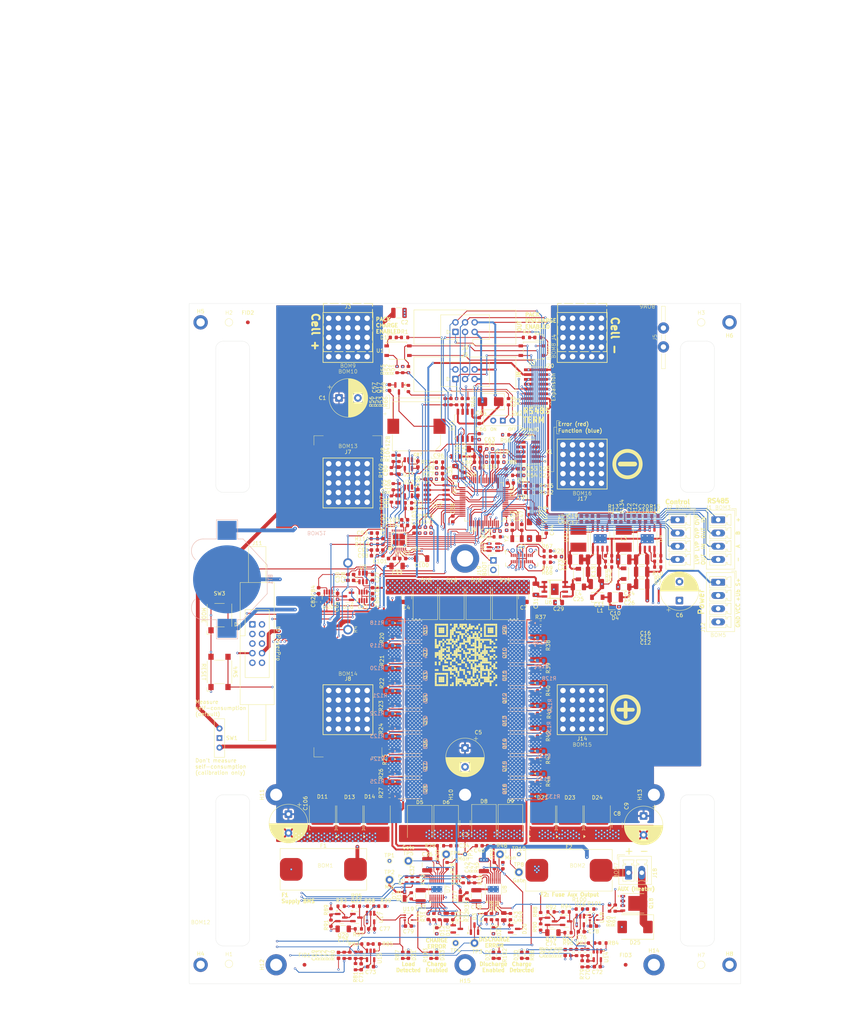
<source format=kicad_pcb>
(kicad_pcb
	(version 20241229)
	(generator "pcbnew")
	(generator_version "9.0")
	(general
		(thickness 1.74)
		(legacy_teardrops no)
	)
	(paper "A3" portrait)
	(layers
		(0 "F.Cu" signal)
		(4 "In1.Cu" signal)
		(6 "In2.Cu" signal)
		(8 "In3.Cu" signal)
		(10 "In4.Cu" signal)
		(2 "B.Cu" signal)
		(9 "F.Adhes" user "F.Adhesive")
		(11 "B.Adhes" user "B.Adhesive")
		(13 "F.Paste" user)
		(15 "B.Paste" user)
		(5 "F.SilkS" user "F.Silkscreen")
		(7 "B.SilkS" user "B.Silkscreen")
		(1 "F.Mask" user)
		(3 "B.Mask" user)
		(17 "Dwgs.User" user "User.Drawings")
		(19 "Cmts.User" user "User.Comments")
		(21 "Eco1.User" user "User.Eco1")
		(23 "Eco2.User" user "User.Eco2")
		(25 "Edge.Cuts" user)
		(27 "Margin" user)
		(31 "F.CrtYd" user "F.Courtyard")
		(29 "B.CrtYd" user "B.Courtyard")
		(35 "F.Fab" user)
		(33 "B.Fab" user)
		(39 "User.1" user)
		(41 "User.2" user "User.2 -Bemaßung")
		(43 "User.3" user "User.3 - Heatsink")
		(45 "User.4" user)
		(47 "User.5" user)
		(49 "User.6" user)
		(51 "User.7" user)
		(53 "User.8" user)
		(55 "User.9" user)
	)
	(setup
		(stackup
			(layer "F.SilkS"
				(type "Top Silk Screen")
			)
			(layer "F.Paste"
				(type "Top Solder Paste")
			)
			(layer "F.Mask"
				(type "Top Solder Mask")
				(color "Red")
				(thickness 0.01)
			)
			(layer "F.Cu"
				(type "copper")
				(thickness 0.07)
			)
			(layer "dielectric 1"
				(type "prepreg")
				(thickness 0.1)
				(material "FR4")
				(epsilon_r 4.5)
				(loss_tangent 0.02)
			)
			(layer "In1.Cu"
				(type "copper")
				(thickness 0.07)
			)
			(layer "dielectric 2"
				(type "core")
				(thickness 0.535)
				(material "FR4")
				(epsilon_r 4.5)
				(loss_tangent 0.02)
			)
			(layer "In2.Cu"
				(type "copper")
				(thickness 0.07)
			)
			(layer "dielectric 3"
				(type "prepreg")
				(thickness 0.1)
				(material "FR4")
				(epsilon_r 4.5)
				(loss_tangent 0.02)
			)
			(layer "In3.Cu"
				(type "copper")
				(thickness 0.035)
			)
			(layer "dielectric 4"
				(type "core")
				(thickness 0.535)
				(material "FR4")
				(epsilon_r 4.5)
				(loss_tangent 0.02)
			)
			(layer "In4.Cu"
				(type "copper")
				(thickness 0.035)
			)
			(layer "dielectric 5"
				(type "prepreg")
				(thickness 0.1)
				(material "FR4")
				(epsilon_r 4.5)
				(loss_tangent 0.02)
			)
			(layer "B.Cu"
				(type "copper")
				(thickness 0.07)
			)
			(layer "B.Mask"
				(type "Bottom Solder Mask")
				(thickness 0.01)
			)
			(layer "B.Paste"
				(type "Bottom Solder Paste")
			)
			(layer "B.SilkS"
				(type "Bottom Silk Screen")
			)
			(copper_finish "None")
			(dielectric_constraints no)
		)
		(pad_to_mask_clearance 0)
		(allow_soldermask_bridges_in_footprints no)
		(tenting front back)
		(aux_axis_origin 100 120)
		(grid_origin 173 120)
		(pcbplotparams
			(layerselection 0x00000000_00000000_55555555_5755f5ff)
			(plot_on_all_layers_selection 0x00000000_00000000_00000000_00000000)
			(disableapertmacros no)
			(usegerberextensions no)
			(usegerberattributes yes)
			(usegerberadvancedattributes yes)
			(creategerberjobfile yes)
			(dashed_line_dash_ratio 12.000000)
			(dashed_line_gap_ratio 3.000000)
			(svgprecision 4)
			(plotframeref no)
			(mode 1)
			(useauxorigin no)
			(hpglpennumber 1)
			(hpglpenspeed 20)
			(hpglpendiameter 15.000000)
			(pdf_front_fp_property_popups yes)
			(pdf_back_fp_property_popups yes)
			(pdf_metadata yes)
			(pdf_single_document no)
			(dxfpolygonmode yes)
			(dxfimperialunits yes)
			(dxfusepcbnewfont yes)
			(psnegative no)
			(psa4output no)
			(plot_black_and_white yes)
			(sketchpadsonfab no)
			(plotpadnumbers no)
			(hidednponfab no)
			(sketchdnponfab yes)
			(crossoutdnponfab yes)
			(subtractmaskfromsilk no)
			(outputformat 1)
			(mirror no)
			(drillshape 1)
			(scaleselection 1)
			(outputdirectory "")
		)
	)
	(net 0 "")
	(net 1 "Net-(D1-K)")
	(net 2 "GND")
	(net 3 "Net-(D2-K)")
	(net 4 "VCC")
	(net 5 "Net-(D1-A)")
	(net 6 "BAT+CONTROLED")
	(net 7 "Net-(D4-K)")
	(net 8 "5V5")
	(net 9 "Net-(U3-VIN)")
	(net 10 "5V0")
	(net 11 "VREF")
	(net 12 "BAT+MEASURED")
	(net 13 "Net-(U3-BST)")
	(net 14 "/analog_measurement/Shunt_A")
	(net 15 "/analog_measurement/Shunt_B")
	(net 16 "ISENSE_FAST+")
	(net 17 "Net-(Q4-G)")
	(net 18 "/analog_measurement/ISENSE_PREZ+")
	(net 19 "Net-(Q5-G)")
	(net 20 "Net-(Q6-G)")
	(net 21 "Net-(Q7-G)")
	(net 22 "Net-(Q8-G)")
	(net 23 "Net-(U3-SW)")
	(net 24 "Net-(C19-Pad1)")
	(net 25 "Net-(U3-FB)")
	(net 26 "Net-(C20-Pad1)")
	(net 27 "Net-(C21-Pad2)")
	(net 28 "/analog_measurement/ISENSE_PREZ-")
	(net 29 "ISENSE_FAST-")
	(net 30 "USENSE+_BUF")
	(net 31 "USENSE_SHUNT_BUF")
	(net 32 "USENSE-_BUF")
	(net 33 "USENSE_SHUNT_BUF-")
	(net 34 "/analog_measurement/ISENSE+")
	(net 35 "/OVP_IN")
	(net 36 "/analog_measurement/ISENSE-")
	(net 37 "SPI1_MOSI")
	(net 38 "/LVP_IN")
	(net 39 "/OVP_OUT")
	(net 40 "/LVP_OUT")
	(net 41 "Net-(Q1-G)")
	(net 42 "Net-(Q2-G)")
	(net 43 "Net-(Q3-G)")
	(net 44 "/greenMeter/CHARGE_ENABLED")
	(net 45 "/greenMeter/DISCHARGE_ENABLED")
	(net 46 "/greenMeter/AUX_EN")
	(net 47 "ADC_START")
	(net 48 "SPI1_MISO")
	(net 49 "/greenMeter/SWCLK")
	(net 50 "/switchControl/CHG_DETECTED")
	(net 51 "Net-(C22-Pad2)")
	(net 52 "/switchControl/LOAD_DETECTED")
	(net 53 "Net-(U5-FILTER)")
	(net 54 "ADC_DRDY")
	(net 55 "ADC_RESET")
	(net 56 "/greenMeter/SWDIO")
	(net 57 "/CHARGE_CONTROL")
	(net 58 "Net-(U6-SS)")
	(net 59 "Net-(C34-Pad1)")
	(net 60 "Net-(Q13-G)")
	(net 61 "Net-(Q14-G)")
	(net 62 "Net-(Q15-G)")
	(net 63 "Net-(Q16-G)")
	(net 64 "/BUS_+5V")
	(net 65 "Net-(C40-Pad1)")
	(net 66 "Net-(U4-BST)")
	(net 67 "Net-(U4-SW)")
	(net 68 "Net-(U4-FB)")
	(net 69 "Net-(U7-SNS-)")
	(net 70 "Net-(U7-TIMER)")
	(net 71 "Net-(U8-SNS-)")
	(net 72 "Net-(U8-TIMER)")
	(net 73 "Net-(Q20-C)")
	(net 74 "Net-(Q21-C)")
	(net 75 "Net-(D2-A)")
	(net 76 "/BUS_GND")
	(net 77 "/BUS_B")
	(net 78 "Net-(D7-K)")
	(net 79 "unconnected-(D10-NC-Pad2)")
	(net 80 "Net-(D12-K)")
	(net 81 "/BUS_A")
	(net 82 "/chargeControl/vcc_int")
	(net 83 "/dischargeControl/vcc_int")
	(net 84 "Net-(D17-K)")
	(net 85 "unconnected-(D20-NC-Pad2)")
	(net 86 "Net-(Q9-G)")
	(net 87 "Net-(Q10-G)")
	(net 88 "Net-(Q11-G)")
	(net 89 "Net-(Q12-G)")
	(net 90 "Net-(U4-EN{slash}UVLO)")
	(net 91 "Net-(D22-K)")
	(net 92 "Net-(U4-RON)")
	(net 93 "Net-(D26-A)")
	(net 94 "Net-(U7-TGDN)")
	(net 95 "Net-(U7-ISET)")
	(net 96 "Net-(U7-TGUP)")
	(net 97 "Net-(U7-VCCUV)")
	(net 98 "Net-(U8-TGDN)")
	(net 99 "Net-(U8-ISET)")
	(net 100 "Net-(U8-TGUP)")
	(net 101 "Net-(U8-VCCUV)")
	(net 102 "Net-(D27-A)")
	(net 103 "Net-(D29-A)")
	(net 104 "Net-(D30-A)")
	(net 105 "Net-(D31-A)")
	(net 106 "Net-(SW1-B)")
	(net 107 "Net-(U7-IMON)")
	(net 108 "Net-(U8-IMON)")
	(net 109 "unconnected-(H4-Pad1)")
	(net 110 "unconnected-(H6-Pad1)")
	(net 111 "unconnected-(H8-Pad1)")
	(net 112 "/LOAD_CONTROL")
	(net 113 "/chargeControl/BST")
	(net 114 "/dischargeControl/BST")
	(net 115 "/U_SENSE+")
	(net 116 "/greenMeter/LVP_SENSE_DIV")
	(net 117 "/greenMeter/OVP_SENSE_DIV")
	(net 118 "/B+Terminal")
	(net 119 "Net-(Q17-B)")
	(net 120 "Net-(BZ1--)")
	(net 121 "/greenMeter/Buzzer")
	(net 122 "/chargeControl/~{Fault}")
	(net 123 "/dischargeControl/~{Fault}")
	(net 124 "Net-(SW2-B)")
	(net 125 "Net-(U3-EN{slash}UVLO)")
	(net 126 "Net-(U3-RON)")
	(net 127 "unconnected-(SW2-A-Pad3)")
	(net 128 "unconnected-(H5-Pad1)")
	(net 129 "unconnected-(H9-Pad1)")
	(net 130 "~{OC_FAULT}")
	(net 131 "/p_good{slash}reset")
	(net 132 "Net-(U7-VIN)")
	(net 133 "Net-(U8-VIN)")
	(net 134 "Net-(BT1-+)")
	(net 135 "/greenMeter/BTN_MODE")
	(net 136 "Net-(D32-A)")
	(net 137 "SWITCH_IN")
	(net 138 "/greenMeter/FDCAN3_RX")
	(net 139 "/greenMeter/I2C4_SDA")
	(net 140 "/greenMeter/I2C4_SCL")
	(net 141 "/greenMeter/FDCAN2_TX")
	(net 142 "/greenMeter/RS485_R_USART1")
	(net 143 "/greenMeter/ADC3_IN5_RESERVED")
	(net 144 "/greenMeter/FDCAN2_RX")
	(net 145 "/greenMeter/FDCAN3_TX")
	(net 146 "/greenMeter/RS485_D_USART1")
	(net 147 "/greenMeter/D+")
	(net 148 "/greenMeter/D-")
	(net 149 "Net-(Q19-B)")
	(net 150 "Net-(Q19-C)")
	(net 151 "ADC_CS")
	(net 152 "SPI1_SCK")
	(net 153 "/greenMeter/I2C3_SDA")
	(net 154 "/greenMeter/I2C3_SCL")
	(net 155 "Net-(U9-PF0)")
	(net 156 "Net-(C45-Pad2)")
	(net 157 "Net-(U9-PC14)")
	(net 158 "Net-(U9-PC15)")
	(net 159 "/greenMeter/RS485_R_USART2")
	(net 160 "/greenMeter/RS485_D_USART2")
	(net 161 "/greenMeter/R1")
	(net 162 "COM")
	(net 163 "/greenMeter/R2")
	(net 164 "Net-(U9-VDDA)")
	(net 165 "Net-(U10-V_{OUT})")
	(net 166 "Net-(U14-+)")
	(net 167 "Net-(U15-+)")
	(net 168 "Net-(U14--)")
	(net 169 "Net-(U15--)")
	(net 170 "Net-(U16-+)")
	(net 171 "Net-(U17-+)")
	(net 172 "Net-(U23-+IN)")
	(net 173 "Net-(U22-+IN)")
	(net 174 "Net-(U24-REFOUT)")
	(net 175 "Net-(U24-CAPN)")
	(net 176 "Net-(U24-CAPP)")
	(net 177 "Net-(U24-BYPASS)")
	(net 178 "Net-(D25-A1)")
	(net 179 "Net-(D33-A)")
	(net 180 "Net-(J18-2)")
	(net 181 "Net-(R134-Pad1)")
	(net 182 "Net-(J19-Pin_1)")
	(net 183 "unconnected-(J21-TX2--PadB3)")
	(net 184 "unconnected-(J21-SHIELD-PadS1)")
	(net 185 "unconnected-(J21-SBU2-PadB8)")
	(net 186 "PS_IN")
	(net 187 "unconnected-(J21-SHIELD-PadS1)_1")
	(net 188 "Net-(J21-CC1)")
	(net 189 "Net-(U13-VP)")
	(net 190 "unconnected-(J21-RX2--PadA10)")
	(net 191 "unconnected-(J21-TX1--PadA3)")
	(net 192 "Net-(J21-CC2)")
	(net 193 "unconnected-(J21-SHIELD-PadS1)_2")
	(net 194 "unconnected-(J21-TX1+-PadA2)")
	(net 195 "unconnected-(J21-TX2+-PadB2)")
	(net 196 "unconnected-(J21-RX2+-PadA11)")
	(net 197 "unconnected-(J21-RX1--PadB10)")
	(net 198 "unconnected-(J21-RX1+-PadB11)")
	(net 199 "unconnected-(J21-SHIELD-PadS1)_3")
	(net 200 "unconnected-(J21-SBU1-PadA8)")
	(net 201 "Net-(Q18-G)")
	(net 202 "Net-(Q20-B)")
	(net 203 "Net-(Q22-C)")
	(net 204 "Net-(U9-PF1)")
	(net 205 "Net-(U9-PA5)")
	(net 206 "Net-(U9-PA4)")
	(net 207 "Net-(U11-A)")
	(net 208 "Net-(U11-B)")
	(net 209 "Net-(R82-Pad1)")
	(net 210 "Net-(R83-Pad1)")
	(net 211 "Net-(U17--)")
	(net 212 "Net-(U16--)")
	(net 213 "Net-(U22--IN)")
	(net 214 "Net-(U23--IN)")
	(net 215 "unconnected-(U9-PB2-Pad26)")
	(net 216 "unconnected-(U9-PB0-Pad24)")
	(net 217 "Net-(U16-Pad1)")
	(net 218 "Net-(U17-Pad1)")
	(net 219 "unconnected-(U24-NC-7-Pad25)")
	(net 220 "unconnected-(U24-NC-6-Pad24)")
	(net 221 "unconnected-(U24-NC-8-Pad26)")
	(net 222 "unconnected-(U24-NC-3-Pad21)")
	(net 223 "unconnected-(U24-NC-4-Pad22)")
	(net 224 "unconnected-(U24-NC-9-Pad27)")
	(net 225 "unconnected-(U24-NC-2-Pad20)")
	(net 226 "unconnected-(U24-NC-1-Pad19)")
	(net 227 "unconnected-(U24-NC-5-Pad23)")
	(net 228 "Net-(Q23-G)")
	(net 229 "Net-(Q24-G)")
	(net 230 "Net-(Q25-G)")
	(net 231 "Net-(Q26-G)")
	(net 232 "Net-(Q27-G)")
	(net 233 "Net-(Q28-G)")
	(net 234 "Net-(Q29-G)")
	(net 235 "Net-(Q30-G)")
	(net 236 "Net-(Q31-G)")
	(net 237 "Net-(Q32-G)")
	(net 238 "Net-(Q33-G)")
	(net 239 "Net-(Q34-G)")
	(net 240 "Net-(Q35-G)")
	(net 241 "Net-(Q36-G)")
	(net 242 "Net-(Q37-G)")
	(net 243 "Net-(Q38-G)")
	(footprint "TestPoint:TestPoint_THTPad_D2.0mm_Drill1.0mm" (layer "F.Cu") (at 168 265.75))
	(footprint "Inductor_SMD:L_0805_2012Metric" (layer "F.Cu") (at 170.5 160.5 180))
	(footprint "Resistor_SMD:R_0603_1608Metric" (layer "F.Cu") (at 195.75 281 180))
	(footprint "Connector_PinHeader_1.27mm:PinHeader_2x08_P1.27mm_Vertical_SMD" (layer "F.Cu") (at 191.75 142 180))
	(footprint "Connector_PinHeader_1.27mm:PinHeader_2x05_P1.27mm_Vertical_SMD" (layer "F.Cu") (at 189.75 159.25 180))
	(footprint "Capacitor_SMD:C_0603_1608Metric" (layer "F.Cu") (at 176.25 162 180))
	(footprint "Capacitor_SMD:C_1210_3225Metric" (layer "F.Cu") (at 163 268.525 -90))
	(footprint "Resistor_SMD:R_0603_1608Metric" (layer "F.Cu") (at 145.5 292.5 90))
	(footprint "Resistor_SMD:R_0603_1608Metric" (layer "F.Cu") (at 155.5 168.5 -90))
	(footprint "Resistor_SMD:R_0603_1608Metric" (layer "F.Cu") (at 191.25 170 180))
	(footprint "Resistor_SMD:R_0603_1608Metric" (layer "F.Cu") (at 203.25 280.25))
	(footprint "TestPoint:TestPoint_THTPad_D2.0mm_Drill1.0mm" (layer "F.Cu") (at 158 267.5))
	(footprint "Capacitor_SMD:C_0603_1608Metric" (layer "F.Cu") (at 176.25 163.5 180))
	(footprint "Button_Switch_SMD:SW_SPST_Omron_B3FS-100xP" (layer "F.Cu") (at 108 217.5 90))
	(footprint "MountingHole:MountingHole_3.2mm_M3_DIN965_Pad" (layer "F.Cu") (at 173 250 90))
	(footprint "Resistor_SMD:R_0603_1608Metric" (layer "F.Cu") (at 193 228.5 180))
	(footprint "myConnector:IDC-Header_2x05_P2.54mm_Latch9.5mm_Vertical" (layer "F.Cu") (at 116.71 204.92))
	(footprint "Capacitor_SMD:C_0603_1608Metric" (layer "F.Cu") (at 188 179.25 -90))
	(footprint "Resistor_SMD:R_0603_1608Metric"
		(layer "F.Cu")
		(uuid "14bf5766-76c5-41d7-a7ab-904942c8bd04")
		(at 149 182.25)
		(descr "Resistor SMD 0603 (1608 Metric), square (rectangular) end terminal, IPC_7351 nominal, (Body size source: IPC-SM-782 page 72, https://www.pcb-3d.com/wordpress/wp-content/uploads/ipc-sm-782a_amendment_1_and_2.pdf), generated with kicad-footprint-generator")
		(tags "resistor")
		(property "Reference" "R114"
			(at -3.25 0 0)
			(layer "F.SilkS")
			(uuid "d5aefe01-cd6f-4934-91b1-698f3df8b61b")
			(effects
				(font
					(size 1 1)
					(thickness 0.15)
				)
			)
		)
		(property "Value" "120R"
			(at 0 1.43 0)
			(layer "F.Fab")
			(uuid "abf9e2d7-64ab-49d0-ab5b-9471e3fd2bf4")
			(effects
				(font
					(size 1 1)
					(thickness 0.15)
				)
			)
		)
		(property "Datasheet" "~"
			(at 0 0 0)
			(unlocked yes)
			(layer "F.Fab")
			(hide yes)
			(uuid "a4a3c75d-448f-4150-89b3-b19a18ec292a")
			(effects
				(font
					(size 1.27 1.27)
					(thickness 0.15)
				)
			)
		)
		(property "Description" "120R0 0,1W 1% 0603 SMD"
			(at 0 0 0)
			(unlocked yes)
			(layer "F.Fab")
			(hide yes)
			(uuid "96664d03-61b5-4d77-ae39-dba772b58df1")
			(effects
				(font
					(size 1.27 1.27)
					(thickness 0.15)
				)
			)
		)
		(property "ECS Art#" "R175"
			(at 0 0 0)
			(unlocked yes)
			(layer "F.Fab")
			(hide yes)
			(uuid "397325c7-66a5-4079-bd03-963cf3975f42")
			(effects
				(font
					(size 1 1)
					(thickness 0.15)
				)
			)
		)
		(property "HAN" "RC0603FR-07120RL"
			(at 0 0 0)
			(unlocked yes)
			(layer "F.Fab")
			(hide yes)
			(uuid "a0388d3a-898a-44ef-95d0-174f55126d95")
			(effects
				(font
					(size 1 1)
					(thickness 0.15)
				)
			)
		)
		(property "Voltage" ""
			(at 0 0 0)
			(unlocked yes)
			(layer "F.Fab")
			(hide yes)
			(uuid "0d70d5d9-eadf-482a-a0ac-068322173cc0")
			(effects
				(font
					(size 1 1)
					(thickness 0.15)
				)
			)
		)
		(property "Toleranz" ""
			(at 0 0 0)
			(unlocked yes)
			(layer "F.Fab")
			(hide yes)
			(uuid "098bfea6-5285-48af-b3e4-b67013032203")
			(effects
				(font
					(size 1 1)
					(thickness 0.15)
				)
			)
		)
		(property "Hersteller" "YAGEO"
			(at 0 0 0)
			(unlocked yes)
			(layer "F.Fab")
			(hide yes)
			(uuid "9afe61d2-3f34-47f0-9fab-cea7fd50836d")
			(effects
				(font
					(size 1 1)
					(thickness 0.15)
				)
			)
		)
		(property "Field-1" ""
			(at 0 0 0)
			(unlocked yes)
			(layer "F.Fab")
			(hide yes)
			(uuid "17c12118-8b66-4b21-ad8e-1adcca0a04ab")
			(effects
				(font
					(size 1 1)
					(thickness 0.15)
				)
			)
		)
		(property "Sim.Device" ""
			(at 0 0 0)
			(unlocked yes)
			(layer "F.Fab")
			(hide yes)
			(uuid "7a0f46c1-ab9d-4a87-9fc0-06280218b8a7")
			(effects
				(font
					(size 1 1)
					(thickness 0.15)
				)
			)
		)
		(property "Sim.Pins" ""
			(at 0 0 0)
			(unlocked yes)
			(layer "F.Fab")
			(hide yes)
			(uuid "3f30d72f-ba2b-4158-874a-edb9ed91cbfe")
			(effects
				(font
					(size 1 1)
					(thickness 0.15)
				)
			)
		)
		(property "Availability" ""
			(at 0 0 0)
			(unlocked yes)
			(layer "F.Fab")
			(hide yes)
			(uuid "401b1b95-c13e-407d-8ec3-a0b048ca27ff")
			(effects
				(font
					(size 1 1)
					(thickness 0.15)
				)
			)
		)
		(property "Check_prices" ""
			(at 0 0 0)
			(unlocked yes)
			(layer "F.Fab")
			(hide yes)
			(uuid "184dcc12-a3be-46c1-9e6f-e92a22eae399")
			(effects
				(font
					(size 1 1)
					(thickness 0.15)
				)
			)
		)
		(property "Description_1" ""
			(at 0 0 0)
			(unlocked yes)
			(layer "F.Fab")
			(hide yes)
			(uuid "5e072bd6-50bd-4446-a888-e5c482ce5058")
			(effects
				(font
					(size 1 1)
					(thickness 0.15)
				)
			)
		)
		(property "MANUFACTURER" ""
			(at 0 0 0)
			(unlocked yes)
			(layer "F.Fab")
			(hide yes)
			(uuid "2a7ae1d7-6263-4934-ba9d-584afe8d0932")
			(effects
				(font
					(size 1 1)
					(thickness 0.15)
				)
			)
		)
		(property "MAXIMUM_PACKAGE_HEIGHT" ""
			(at 0 0 0)
			(unlocked yes)
			(layer "F.Fab")
			(hide yes)
			(uuid "494236de-8c0c-4f52-88f2-eaeb7be7b4ef")
			(effects
				(font
					(size 1 1)
					(thickness 0.15)
				)
			)
		)
		(property "MP" ""
			(at 0 0 0)
			(unlocked yes)
			(layer "F.Fab")
			(hide yes)
			(uuid "3e3414dd-683f-4143-9a68-d352609e5683")
			(effects
				(font
					(size 1 1)
					(thickness 0.15)
				)
			)
		)
		(property "PARTREV" ""
			(at 0 0 0)
			(unlocked yes)
			(layer "F.Fab")
			(hide yes)
			(uuid "b426c474-1976-45e6-845b-9c1aaa3e9e16")
			(effects
				(font
					(size 1 1)
					(thickness 0.15)
				)
			)
		)
		(property "Package" ""
			(at 0 0 0)
			(unlocked yes)
			(layer "F.Fab")
			(hide yes)
			(uuid "d75874b4-3afc-4f98-b00b-b0740afb368a")
			(effects
				(font
					(size 1 1)
					(thickness 0.15)
				)
			)
		)
		(property "Price" ""
			(at 0 0 0)
			(unlocked yes)
			(layer "F.Fab")
			(hide yes)
			(uuid "9c4630ba-7107-46f6-8e3b-4bdc3f618334")
			(effects
				(font
					(size 1 1)
					(thickness 0.15)
				)
			)
		)
		(property "STANDARD" ""
			(at 0 0 0)
			(unlocked yes)
			(layer "F.Fab")
			(hide yes)
			(uuid "bbcfbaa8-5bad-48a1-bfd0-ce3c5dd8446b")
			(effects
				(font
					(size 1 1)
					(thickness 0.15)
				)
			)
		)
		(property "SnapEDA_Link" ""
			(at 0 0 0)
			(unlocked yes)
			(layer "F.Fab")
			(hide yes)
			(uuid "4ce114d1-8229-4080-9cc9-b3b70217c0ff")
			(effects
				(font
					(size 1 1)
					(thickness 0.15)
				)
			)
		)
		(property ki_fp_filters "R_*")
		(path "/5f7aa91e-db5c-4ccf-ae9c-b17085bd88f3/825d0458-7408-4cd7-bc5b-75448303c9ae")
		(sheetname "/analog_measurement/")
		(sheetfile "analog_measurement.kicad_sch")
		(attr smd)
		(fp_line
			(start -0.237258 -0.5225)
			(end 0.237258 -0.5225)
			(stroke
				(width 0.12)
				(type solid)
			)
			(layer "F.SilkS")
			(uuid "750a6ca1-cd50-4be3-a4ef-825e75d6517a")
		)
		(fp_line
			(start -0.237258 0.5225)
			(end 0.237258 0.5225)
			(stroke
				(width 0.12)
				(type solid)
			)
			(layer "F.SilkS")
			(uuid "5de983fc-1692-4a18-990e-6327f222358c")
		)
		(fp_line
			(start -1.48 -0.73)
			(end 1.48 -0.73)
			(stroke
				(width 0.05)
				(type solid)
			)
			(layer "F.CrtYd")
			(uuid "c89db264-e0c4-4629-9762-4ce67517ed4b")
		)
		(fp_line
			(start -1.48 0.73)
			(end -1.48 -0.73)
			(stroke
				(width 0.05)
				(type solid)
			)
			(layer "F.CrtYd")
			(uuid "0f40a3ac-fb9d-4afb-87c5-debc58728202")
		)
		(fp_line
			(start 1.48 -0.73)
			(end 1.48 0.73)
			(stroke
				(width 0.05)
				(type solid)
			)
			(layer "F.CrtYd")
			(uuid "f6dbe3c9-a781-4b8a-873a-67b1e1d58539")
		)
		(fp_line
			(start 1.48 0.73)
			(end -1.48 0.73)
			(stroke
				(width 0.05)
				(type solid)
			)
			(layer "F.CrtYd")
			(uuid "ab537449-09cc-4ffb-8e18-012fcc748e19")
		)
		(fp_line
			(start -0.8 -0.4125)
			(end 0.8 -0.4125)
			(stroke
				(width 0.1)
				(type solid)
			)
			(layer "F.Fab")
			(uuid "45d521cf-a123-410b-b7c7-db18d69f47e6")
		)
		(fp_line
			(start -0.8 0.4125)
			(end -0.8 -0.4125)
			(stroke
				(width 0.1)
				(type solid)
			)
			(layer "F.Fab")
			(uuid "ab3a8955-7965-4df1-ae09-550c4fa21c79")
		)
		(fp_line
			(start 0.8 -0.4125)
			(end 0.8 0.4125)
			(stroke
				(width 0.1)
				(type solid)
			)
			(layer "F.Fab")
			(uuid "d27c38b4-9614-4981-9b68-9b342891a53c")
		)
		(fp_line
			(start 0.8 0.4125)
			(end -0.8 0.4125)
			(stroke
				(width 0.1)
				(type solid)
			)
			(layer "F.Fab")
			(uuid "389d7870-1682-431a-995d-1d3e61267f73")
		)
		(fp_text user "${REFERENCE}"
			(at 0 0 0)
			(layer "F.Fab")
			(uuid "aa34b8df-8aae-4b38-9c78-6d1a6eed841e")
			(effects
				(font
					(size 0.4 0.4)
					(thickness 0.06)
				)
			)
		)
		(pad "1" smd roundrect
			(at -0.825 0)
			(size 0.8 0.95)
			(layers "F.Cu" "F.Mask" "F.Paste")
			(roundrect_rratio 0.25)
			(net 36 "/analog_measurement/ISENSE-")
			(pintype "passive")
			(uuid "fb2c0b31-d305-436d-81db-f9211d7ca9de")
		)
		(pad "2" smd roundrect
			(at 0.825 0)
			(size 0.8 0.95)
			(layers "F.Cu" "F.Mask" "F.Paste")
			(roundrect_rratio 0.25)
			(net 28 "/analog_measurement/ISENSE_PREZ-")
			(pintype "passive")
			(uuid "1fcf412a-d437-49f9-9f9b-11ab44b6b8f8")
		)
		(embedded_fonts no)
		(model "${KICAD8_3DMODEL_DIR}/Resistor_SMD.3dshapes/R_0603_1608Metric.wrl"
			(offset
				(xyz 0 0 0)
			)
			(scale
				(xyz 1 1 1)
			)
			(r
... [6355718 chars truncated]
</source>
